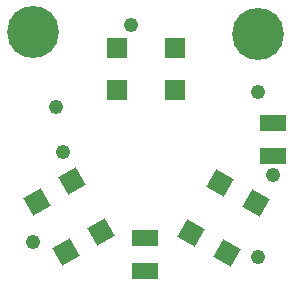
<source format=gts>
%FSLAX25Y25*%
%MOIN*%
G70*
G01*
G75*
G04 Layer_Color=128*
%ADD10P,0.08352X4X105.0*%
%ADD11R,0.05906X0.05906*%
%ADD12P,0.08352X4X345.0*%
%ADD13R,0.08000X0.05000*%
%ADD14C,0.02500*%
%ADD15C,0.16500*%
%ADD16C,0.04000*%
%ADD17R,0.17716X0.12205*%
%ADD18C,0.01000*%
%ADD19P,0.06937X4X105.0*%
%ADD20R,0.04906X0.04906*%
%ADD21P,0.06937X4X345.0*%
%ADD22R,0.07000X0.04000*%
%ADD23R,0.16716X0.11205*%
%ADD24P,0.09483X4X105.0*%
%ADD25R,0.06706X0.06706*%
%ADD26P,0.09483X4X345.0*%
%ADD27R,0.08800X0.05800*%
%ADD28C,0.17300*%
%ADD29C,0.04800*%
D24*
X477144Y513802D02*
D03*
X465210Y520691D02*
D03*
X486790Y530509D02*
D03*
X474856Y537398D02*
D03*
D25*
X459846Y582190D02*
D03*
X459846Y568410D02*
D03*
X440554Y582190D02*
D03*
X440554Y568410D02*
D03*
D26*
X413611Y530908D02*
D03*
X425544Y537798D02*
D03*
X423256Y514202D02*
D03*
X435189Y521092D02*
D03*
D27*
X492500Y557400D02*
D03*
X449900Y518800D02*
D03*
Y507800D02*
D03*
X492500Y546400D02*
D03*
D28*
X487500Y587100D02*
D03*
X412400Y587500D02*
D03*
D29*
X487500Y512500D02*
D03*
X422500Y547500D02*
D03*
X420000Y562500D02*
D03*
X487500Y567500D02*
D03*
X492500Y540000D02*
D03*
X412500Y517500D02*
D03*
X445000Y590000D02*
D03*
M02*

</source>
